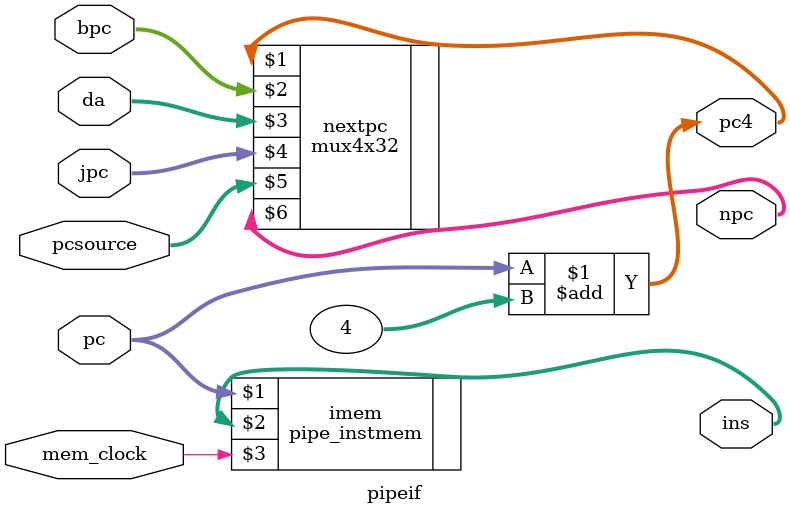
<source format=v>
module pipeif(pcsource,pc,bpc,da,jpc,npc,pc4,ins,mem_clock);
	input mem_clock;
	input[31:0] pcsource,pc,bpc,da,jpc;
	output[31:0] npc,pc4,ins;
	assign pc4 = pc + 32'h4;
	mux4x32 nextpc(pc4,bpc,da,jpc,pcsource,npc);
	pipe_instmem  imem (pc,ins,mem_clock);//to be finished
endmodule
</source>
